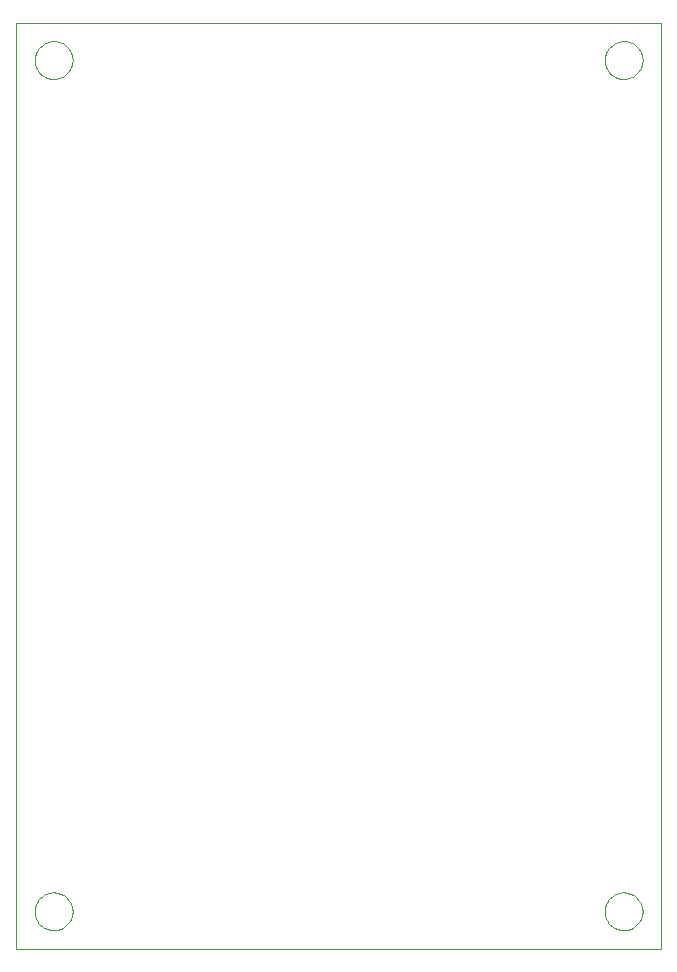
<source format=gm1>
G75*
G70*
%OFA0B0*%
%FSLAX24Y24*%
%IPPOS*%
%LPD*%
%AMOC8*
5,1,8,0,0,1.08239X$1,22.5*
%
%ADD10C,0.0000*%
D10*
X000100Y002285D02*
X000100Y033160D01*
X021600Y033160D01*
X021600Y002285D01*
X000100Y002285D01*
X000720Y003535D02*
X000722Y003585D01*
X000728Y003635D01*
X000738Y003684D01*
X000752Y003732D01*
X000769Y003779D01*
X000790Y003824D01*
X000815Y003868D01*
X000843Y003909D01*
X000875Y003948D01*
X000909Y003985D01*
X000946Y004019D01*
X000986Y004049D01*
X001028Y004076D01*
X001072Y004100D01*
X001118Y004121D01*
X001165Y004137D01*
X001213Y004150D01*
X001263Y004159D01*
X001312Y004164D01*
X001363Y004165D01*
X001413Y004162D01*
X001462Y004155D01*
X001511Y004144D01*
X001559Y004129D01*
X001605Y004111D01*
X001650Y004089D01*
X001693Y004063D01*
X001734Y004034D01*
X001773Y004002D01*
X001809Y003967D01*
X001841Y003929D01*
X001871Y003889D01*
X001898Y003846D01*
X001921Y003802D01*
X001940Y003756D01*
X001956Y003708D01*
X001968Y003659D01*
X001976Y003610D01*
X001980Y003560D01*
X001980Y003510D01*
X001976Y003460D01*
X001968Y003411D01*
X001956Y003362D01*
X001940Y003314D01*
X001921Y003268D01*
X001898Y003224D01*
X001871Y003181D01*
X001841Y003141D01*
X001809Y003103D01*
X001773Y003068D01*
X001734Y003036D01*
X001693Y003007D01*
X001650Y002981D01*
X001605Y002959D01*
X001559Y002941D01*
X001511Y002926D01*
X001462Y002915D01*
X001413Y002908D01*
X001363Y002905D01*
X001312Y002906D01*
X001263Y002911D01*
X001213Y002920D01*
X001165Y002933D01*
X001118Y002949D01*
X001072Y002970D01*
X001028Y002994D01*
X000986Y003021D01*
X000946Y003051D01*
X000909Y003085D01*
X000875Y003122D01*
X000843Y003161D01*
X000815Y003202D01*
X000790Y003246D01*
X000769Y003291D01*
X000752Y003338D01*
X000738Y003386D01*
X000728Y003435D01*
X000722Y003485D01*
X000720Y003535D01*
X000720Y031910D02*
X000722Y031960D01*
X000728Y032010D01*
X000738Y032059D01*
X000752Y032107D01*
X000769Y032154D01*
X000790Y032199D01*
X000815Y032243D01*
X000843Y032284D01*
X000875Y032323D01*
X000909Y032360D01*
X000946Y032394D01*
X000986Y032424D01*
X001028Y032451D01*
X001072Y032475D01*
X001118Y032496D01*
X001165Y032512D01*
X001213Y032525D01*
X001263Y032534D01*
X001312Y032539D01*
X001363Y032540D01*
X001413Y032537D01*
X001462Y032530D01*
X001511Y032519D01*
X001559Y032504D01*
X001605Y032486D01*
X001650Y032464D01*
X001693Y032438D01*
X001734Y032409D01*
X001773Y032377D01*
X001809Y032342D01*
X001841Y032304D01*
X001871Y032264D01*
X001898Y032221D01*
X001921Y032177D01*
X001940Y032131D01*
X001956Y032083D01*
X001968Y032034D01*
X001976Y031985D01*
X001980Y031935D01*
X001980Y031885D01*
X001976Y031835D01*
X001968Y031786D01*
X001956Y031737D01*
X001940Y031689D01*
X001921Y031643D01*
X001898Y031599D01*
X001871Y031556D01*
X001841Y031516D01*
X001809Y031478D01*
X001773Y031443D01*
X001734Y031411D01*
X001693Y031382D01*
X001650Y031356D01*
X001605Y031334D01*
X001559Y031316D01*
X001511Y031301D01*
X001462Y031290D01*
X001413Y031283D01*
X001363Y031280D01*
X001312Y031281D01*
X001263Y031286D01*
X001213Y031295D01*
X001165Y031308D01*
X001118Y031324D01*
X001072Y031345D01*
X001028Y031369D01*
X000986Y031396D01*
X000946Y031426D01*
X000909Y031460D01*
X000875Y031497D01*
X000843Y031536D01*
X000815Y031577D01*
X000790Y031621D01*
X000769Y031666D01*
X000752Y031713D01*
X000738Y031761D01*
X000728Y031810D01*
X000722Y031860D01*
X000720Y031910D01*
X019720Y031910D02*
X019722Y031960D01*
X019728Y032010D01*
X019738Y032059D01*
X019752Y032107D01*
X019769Y032154D01*
X019790Y032199D01*
X019815Y032243D01*
X019843Y032284D01*
X019875Y032323D01*
X019909Y032360D01*
X019946Y032394D01*
X019986Y032424D01*
X020028Y032451D01*
X020072Y032475D01*
X020118Y032496D01*
X020165Y032512D01*
X020213Y032525D01*
X020263Y032534D01*
X020312Y032539D01*
X020363Y032540D01*
X020413Y032537D01*
X020462Y032530D01*
X020511Y032519D01*
X020559Y032504D01*
X020605Y032486D01*
X020650Y032464D01*
X020693Y032438D01*
X020734Y032409D01*
X020773Y032377D01*
X020809Y032342D01*
X020841Y032304D01*
X020871Y032264D01*
X020898Y032221D01*
X020921Y032177D01*
X020940Y032131D01*
X020956Y032083D01*
X020968Y032034D01*
X020976Y031985D01*
X020980Y031935D01*
X020980Y031885D01*
X020976Y031835D01*
X020968Y031786D01*
X020956Y031737D01*
X020940Y031689D01*
X020921Y031643D01*
X020898Y031599D01*
X020871Y031556D01*
X020841Y031516D01*
X020809Y031478D01*
X020773Y031443D01*
X020734Y031411D01*
X020693Y031382D01*
X020650Y031356D01*
X020605Y031334D01*
X020559Y031316D01*
X020511Y031301D01*
X020462Y031290D01*
X020413Y031283D01*
X020363Y031280D01*
X020312Y031281D01*
X020263Y031286D01*
X020213Y031295D01*
X020165Y031308D01*
X020118Y031324D01*
X020072Y031345D01*
X020028Y031369D01*
X019986Y031396D01*
X019946Y031426D01*
X019909Y031460D01*
X019875Y031497D01*
X019843Y031536D01*
X019815Y031577D01*
X019790Y031621D01*
X019769Y031666D01*
X019752Y031713D01*
X019738Y031761D01*
X019728Y031810D01*
X019722Y031860D01*
X019720Y031910D01*
X019720Y003535D02*
X019722Y003585D01*
X019728Y003635D01*
X019738Y003684D01*
X019752Y003732D01*
X019769Y003779D01*
X019790Y003824D01*
X019815Y003868D01*
X019843Y003909D01*
X019875Y003948D01*
X019909Y003985D01*
X019946Y004019D01*
X019986Y004049D01*
X020028Y004076D01*
X020072Y004100D01*
X020118Y004121D01*
X020165Y004137D01*
X020213Y004150D01*
X020263Y004159D01*
X020312Y004164D01*
X020363Y004165D01*
X020413Y004162D01*
X020462Y004155D01*
X020511Y004144D01*
X020559Y004129D01*
X020605Y004111D01*
X020650Y004089D01*
X020693Y004063D01*
X020734Y004034D01*
X020773Y004002D01*
X020809Y003967D01*
X020841Y003929D01*
X020871Y003889D01*
X020898Y003846D01*
X020921Y003802D01*
X020940Y003756D01*
X020956Y003708D01*
X020968Y003659D01*
X020976Y003610D01*
X020980Y003560D01*
X020980Y003510D01*
X020976Y003460D01*
X020968Y003411D01*
X020956Y003362D01*
X020940Y003314D01*
X020921Y003268D01*
X020898Y003224D01*
X020871Y003181D01*
X020841Y003141D01*
X020809Y003103D01*
X020773Y003068D01*
X020734Y003036D01*
X020693Y003007D01*
X020650Y002981D01*
X020605Y002959D01*
X020559Y002941D01*
X020511Y002926D01*
X020462Y002915D01*
X020413Y002908D01*
X020363Y002905D01*
X020312Y002906D01*
X020263Y002911D01*
X020213Y002920D01*
X020165Y002933D01*
X020118Y002949D01*
X020072Y002970D01*
X020028Y002994D01*
X019986Y003021D01*
X019946Y003051D01*
X019909Y003085D01*
X019875Y003122D01*
X019843Y003161D01*
X019815Y003202D01*
X019790Y003246D01*
X019769Y003291D01*
X019752Y003338D01*
X019738Y003386D01*
X019728Y003435D01*
X019722Y003485D01*
X019720Y003535D01*
M02*

</source>
